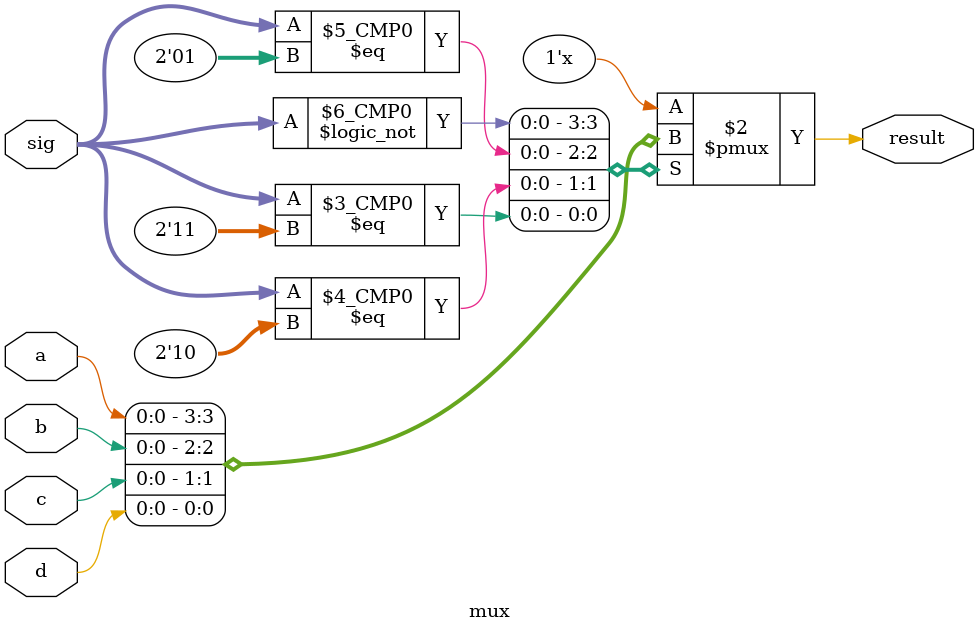
<source format=v>
module mux(
    a,
    b,
    c,
    d,
    sig,
    result
);

input a;
input b;
input c;
input d;
input [1:0] sig;
output result;
reg result;

always@(*) begin
    case(sig)
        2'b00 : result = a;
        2'b01 : result = b;
        2'b10 : result = c;
        2'b11 : result = d;
        default : result = a;
    endcase
end

endmodule
</source>
